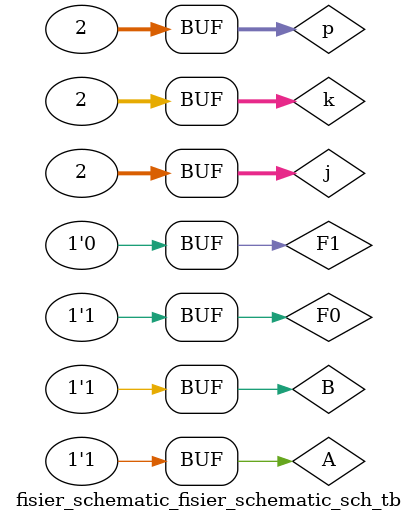
<source format=v>

`timescale 1ns / 1ps

module fisier_schematic_fisier_schematic_sch_tb();

// Inputs
   reg F0;
   reg F1;
   reg A;
   reg cin;
   reg B;

// Output
   wire Cout;
   wire F;

// Bidirs

// Instantiate the UUT
   fisier_schematic UUT (
		.F0(F0), 
		.F1(F1), 
		.A(A), 
		.Cout(Cout), 
		.F(F), 
		.cin(cin), 
		.B(B)
   );
	
	integer j, k, p;
   initial begin
		
			for(j=0; j<=1; j=j+1)
			begin
				for(k=0; k<=1; k=k+1)
				begin
					for(p=0; p<=1; p=p+1)
					begin
						F1=0;
						F0=j;
						A=k;
						B=p;
						#10;
					end
				end
			end
		
		
		end
endmodule

</source>
